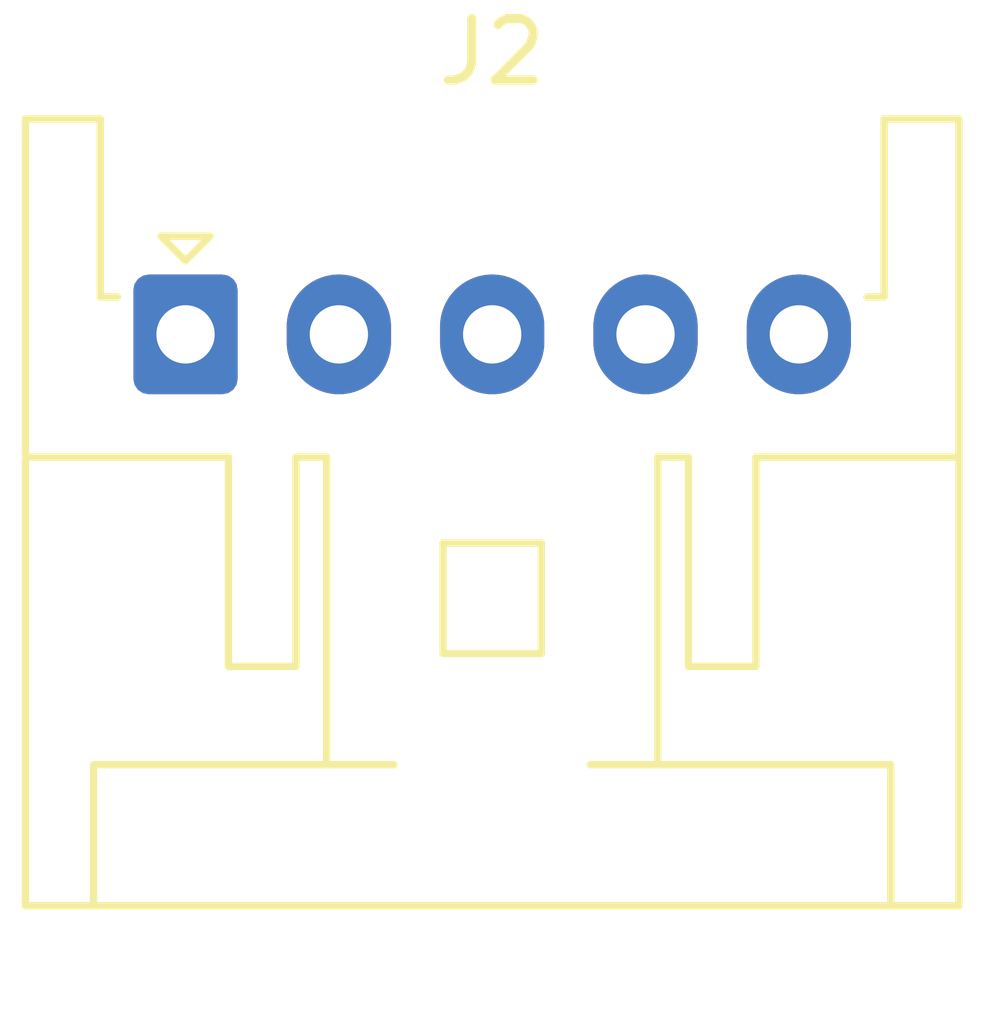
<source format=kicad_pcb>
(kicad_pcb (version 20211014) (generator pcbnew)
  (layers (0 "F.Cu" signal) (31 "B.Cu" signal) (34 "B.Paste" user) (35 "F.Paste" user) (36 "B.SilkS" user "B.Silkscreen") (37 "F.SilkS" user "F.Silkscreen") (38 "B.Mask" user) (39 "F.Mask" user) (44 "Edge.Cuts" user))
  (net 0 "")
  (net 1 "GND")
  (net 2 "+12V")
  (net 3 "/Speaker-")
  (net 4 "/Speaker+")
  (net 5 "/Batt_sense")
  (footprint "Connector_JST:JST_XA_S05B-XASK-1_1x05_P2.50mm_Horizontal" (layer "F.Cu") (at 133.8 110.2)
    (fp_text reference "J2" (at 5 -4.6) (layer "F.SilkS"))
    (fp_text value "Conn_01x05")
    (fp_line (start 1.8 2) (end 1.8 5.41) (layer "F.SilkS") (width 0.12))
    (fp_line (start 1.8 5.41) (end 0.7 5.41) (layer "F.SilkS") (width 0.12))
    (fp_line (start 11.39 -3.51) (end 11.39 -0.61) (layer "F.SilkS") (width 0.12))
    (fp_line (start -2.61 -3.51) (end -2.61 9.31) (layer "F.SilkS") (width 0.12))
    (fp_line (start 2.3 7.01) (end 2.3 2) (layer "F.SilkS") (width 0.12))
    (fp_line (start 0 -1.2) (end -0.4 -1.6) (layer "F.SilkS") (width 0.12))
    (fp_line (start 7.7 7.01) (end 7.7 2) (layer "F.SilkS") (width 0.12))
    (fp_line (start -1.39 -3.51) (end -2.61 -3.51) (layer "F.SilkS") (width 0.12))
    (fp_line (start 9.3 5.41) (end 9.3 2) (layer "F.SilkS") (width 0.12))
    (fp_line (start 0.7 2) (end -2.61 2) (layer "F.SilkS") (width 0.12))
    (fp_line (start 9.3 2) (end 12.61 2) (layer "F.SilkS") (width 0.12))
    (fp_line (start 8.2 2) (end 8.2 5.41) (layer "F.SilkS") (width 0.12))
    (fp_line (start -1.11 -0.61) (end -1.39 -0.61) (layer "F.SilkS") (width 0.12))
    (fp_line (start -1.5 9.31) (end -1.5 7.01) (layer "F.SilkS") (width 0.12))
    (fp_line (start 12.61 -3.51) (end 11.39 -3.51) (layer "F.SilkS") (width 0.12))
    (fp_line (start 8.2 5.41) (end 9.3 5.41) (layer "F.SilkS") (width 0.12))
    (fp_line (start 5.8 5.2) (end 4.2 5.2) (layer "F.SilkS") (width 0.12))
    (fp_line (start 2.3 2) (end 1.8 2) (layer "F.SilkS") (width 0.12))
    (fp_line (start 12.61 9.31) (end 12.61 -3.51) (layer "F.SilkS") (width 0.12))
    (fp_line (start 4.2 3.4) (end 5.8 3.4) (layer "F.SilkS") (width 0.12))
    (fp_line (start 7.7 2) (end 8.2 2) (layer "F.SilkS") (width 0.12))
    (fp_line (start 11.5 7.01) (end 11.5 9.31) (layer "F.SilkS") (width 0.12))
    (fp_line (start 4.2 5.2) (end 4.2 3.4) (layer "F.SilkS") (width 0.12))
    (fp_line (start -1.39 -0.61) (end -1.39 -3.51) (layer "F.SilkS") (width 0.12))
    (fp_line (start 11.39 -0.61) (end 11.11 -0.61) (layer "F.SilkS") (width 0.12))
    (fp_line (start -2.61 9.31) (end 12.61 9.31) (layer "F.SilkS") (width 0.12))
    (fp_line (start 0.7 5.41) (end 0.7 2) (layer "F.SilkS") (width 0.12))
    (fp_line (start -1.5 7.01) (end 3.4 7.01) (layer "F.SilkS") (width 0.12))
    (fp_line (start 0.4 -1.6) (end 0 -1.2) (layer "F.SilkS") (width 0.12))
    (fp_line (start -0.4 -1.6) (end 0.4 -1.6) (layer "F.SilkS") (width 0.12))
    (fp_line (start 6.6 7.01) (end 11.5 7.01) (layer "F.SilkS") (width 0.12))
    (fp_line (start 5.8 3.4) (end 5.8 5.2) (layer "F.SilkS") (width 0.12))
    (pad "" np_thru_hole oval (at 5 6.5) (size 2.8 2) (drill oval 2.8 2) (layers *.Cu *.Mask))
    (pad "1" thru_hole roundrect (at 0 0) (size 1.7 1.95) (drill 0.95) (layers *.Cu *.Mask) (roundrect_rratio 0.147059) (net 1 "GND"))
    (pad "2" thru_hole oval (at 2.5 0) (size 1.7 1.95) (drill 0.95) (layers *.Cu *.Mask) (net 2 "+12V"))
    (pad "3" thru_hole oval (at 5 0) (size 1.7 1.95) (drill 0.95) (layers *.Cu *.Mask) (net 3 "/Speaker-"))
    (pad "4" thru_hole oval (at 7.5 0) (size 1.7 1.95) (drill 0.95) (layers *.Cu *.Mask) (net 4 "/Speaker+"))
    (pad "5" thru_hole oval (at 10 0) (size 1.7 1.95) (drill 0.95) (layers *.Cu *.Mask) (net 5 "/Batt_sense"))
  )
)
</source>
